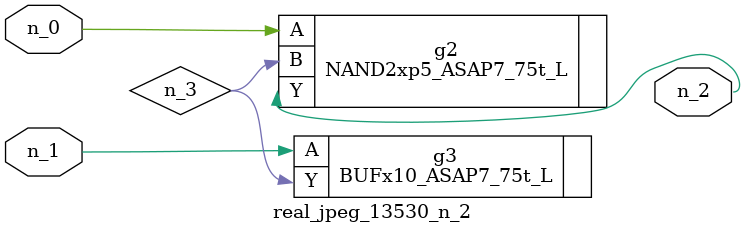
<source format=v>
module real_jpeg_13530_n_2 (n_1, n_0, n_2);

input n_1;
input n_0;

output n_2;

wire n_3;

NAND2xp5_ASAP7_75t_L g2 ( 
.A(n_0),
.B(n_3),
.Y(n_2)
);

BUFx10_ASAP7_75t_L g3 ( 
.A(n_1),
.Y(n_3)
);


endmodule
</source>
